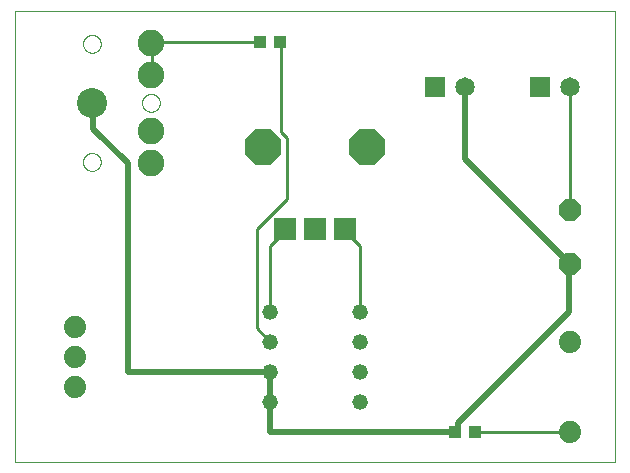
<source format=gtl>
G75*
%MOIN*%
%OFA0B0*%
%FSLAX25Y25*%
%IPPOS*%
%LPD*%
%AMOC8*
5,1,8,0,0,1.08239X$1,22.5*
%
%ADD10C,0.00000*%
%ADD11R,0.04331X0.03937*%
%ADD12C,0.06500*%
%ADD13R,0.06500X0.06500*%
%ADD14C,0.05200*%
%ADD15R,0.07400X0.07400*%
%ADD16OC8,0.11811*%
%ADD17C,0.07400*%
%ADD18OC8,0.07500*%
%ADD19C,0.10000*%
%ADD20C,0.08858*%
%ADD21C,0.02000*%
%ADD22C,0.01000*%
D10*
X0001000Y0001000D02*
X0001000Y0151201D01*
X0200921Y0151201D01*
X0200921Y0001000D01*
X0001000Y0001000D01*
X0023677Y0100921D02*
X0023679Y0101029D01*
X0023685Y0101138D01*
X0023695Y0101246D01*
X0023709Y0101353D01*
X0023727Y0101460D01*
X0023748Y0101567D01*
X0023774Y0101672D01*
X0023804Y0101777D01*
X0023837Y0101880D01*
X0023874Y0101982D01*
X0023915Y0102082D01*
X0023959Y0102181D01*
X0024008Y0102279D01*
X0024059Y0102374D01*
X0024114Y0102467D01*
X0024173Y0102559D01*
X0024235Y0102648D01*
X0024300Y0102735D01*
X0024368Y0102819D01*
X0024439Y0102901D01*
X0024513Y0102980D01*
X0024590Y0103056D01*
X0024670Y0103130D01*
X0024753Y0103200D01*
X0024838Y0103268D01*
X0024925Y0103332D01*
X0025015Y0103393D01*
X0025107Y0103451D01*
X0025201Y0103505D01*
X0025297Y0103556D01*
X0025394Y0103603D01*
X0025494Y0103647D01*
X0025595Y0103687D01*
X0025697Y0103723D01*
X0025800Y0103755D01*
X0025905Y0103784D01*
X0026011Y0103808D01*
X0026117Y0103829D01*
X0026224Y0103846D01*
X0026332Y0103859D01*
X0026440Y0103868D01*
X0026549Y0103873D01*
X0026657Y0103874D01*
X0026766Y0103871D01*
X0026874Y0103864D01*
X0026982Y0103853D01*
X0027089Y0103838D01*
X0027196Y0103819D01*
X0027302Y0103796D01*
X0027407Y0103770D01*
X0027512Y0103739D01*
X0027614Y0103705D01*
X0027716Y0103667D01*
X0027816Y0103625D01*
X0027915Y0103580D01*
X0028012Y0103531D01*
X0028106Y0103478D01*
X0028199Y0103422D01*
X0028290Y0103363D01*
X0028379Y0103300D01*
X0028465Y0103235D01*
X0028549Y0103166D01*
X0028630Y0103094D01*
X0028708Y0103019D01*
X0028784Y0102941D01*
X0028857Y0102860D01*
X0028927Y0102777D01*
X0028993Y0102692D01*
X0029057Y0102604D01*
X0029117Y0102513D01*
X0029174Y0102421D01*
X0029227Y0102326D01*
X0029277Y0102230D01*
X0029323Y0102132D01*
X0029366Y0102032D01*
X0029405Y0101931D01*
X0029440Y0101828D01*
X0029472Y0101725D01*
X0029499Y0101620D01*
X0029523Y0101514D01*
X0029543Y0101407D01*
X0029559Y0101300D01*
X0029571Y0101192D01*
X0029579Y0101084D01*
X0029583Y0100975D01*
X0029583Y0100867D01*
X0029579Y0100758D01*
X0029571Y0100650D01*
X0029559Y0100542D01*
X0029543Y0100435D01*
X0029523Y0100328D01*
X0029499Y0100222D01*
X0029472Y0100117D01*
X0029440Y0100014D01*
X0029405Y0099911D01*
X0029366Y0099810D01*
X0029323Y0099710D01*
X0029277Y0099612D01*
X0029227Y0099516D01*
X0029174Y0099421D01*
X0029117Y0099329D01*
X0029057Y0099238D01*
X0028993Y0099150D01*
X0028927Y0099065D01*
X0028857Y0098982D01*
X0028784Y0098901D01*
X0028708Y0098823D01*
X0028630Y0098748D01*
X0028549Y0098676D01*
X0028465Y0098607D01*
X0028379Y0098542D01*
X0028290Y0098479D01*
X0028199Y0098420D01*
X0028107Y0098364D01*
X0028012Y0098311D01*
X0027915Y0098262D01*
X0027816Y0098217D01*
X0027716Y0098175D01*
X0027614Y0098137D01*
X0027512Y0098103D01*
X0027407Y0098072D01*
X0027302Y0098046D01*
X0027196Y0098023D01*
X0027089Y0098004D01*
X0026982Y0097989D01*
X0026874Y0097978D01*
X0026766Y0097971D01*
X0026657Y0097968D01*
X0026549Y0097969D01*
X0026440Y0097974D01*
X0026332Y0097983D01*
X0026224Y0097996D01*
X0026117Y0098013D01*
X0026011Y0098034D01*
X0025905Y0098058D01*
X0025800Y0098087D01*
X0025697Y0098119D01*
X0025595Y0098155D01*
X0025494Y0098195D01*
X0025394Y0098239D01*
X0025297Y0098286D01*
X0025201Y0098337D01*
X0025107Y0098391D01*
X0025015Y0098449D01*
X0024925Y0098510D01*
X0024838Y0098574D01*
X0024753Y0098642D01*
X0024670Y0098712D01*
X0024590Y0098786D01*
X0024513Y0098862D01*
X0024439Y0098941D01*
X0024368Y0099023D01*
X0024300Y0099107D01*
X0024235Y0099194D01*
X0024173Y0099283D01*
X0024114Y0099375D01*
X0024059Y0099468D01*
X0024008Y0099563D01*
X0023959Y0099661D01*
X0023915Y0099760D01*
X0023874Y0099860D01*
X0023837Y0099962D01*
X0023804Y0100065D01*
X0023774Y0100170D01*
X0023748Y0100275D01*
X0023727Y0100382D01*
X0023709Y0100489D01*
X0023695Y0100596D01*
X0023685Y0100704D01*
X0023679Y0100813D01*
X0023677Y0100921D01*
X0043362Y0120606D02*
X0043364Y0120714D01*
X0043370Y0120823D01*
X0043380Y0120931D01*
X0043394Y0121038D01*
X0043412Y0121145D01*
X0043433Y0121252D01*
X0043459Y0121357D01*
X0043489Y0121462D01*
X0043522Y0121565D01*
X0043559Y0121667D01*
X0043600Y0121767D01*
X0043644Y0121866D01*
X0043693Y0121964D01*
X0043744Y0122059D01*
X0043799Y0122152D01*
X0043858Y0122244D01*
X0043920Y0122333D01*
X0043985Y0122420D01*
X0044053Y0122504D01*
X0044124Y0122586D01*
X0044198Y0122665D01*
X0044275Y0122741D01*
X0044355Y0122815D01*
X0044438Y0122885D01*
X0044523Y0122953D01*
X0044610Y0123017D01*
X0044700Y0123078D01*
X0044792Y0123136D01*
X0044886Y0123190D01*
X0044982Y0123241D01*
X0045079Y0123288D01*
X0045179Y0123332D01*
X0045280Y0123372D01*
X0045382Y0123408D01*
X0045485Y0123440D01*
X0045590Y0123469D01*
X0045696Y0123493D01*
X0045802Y0123514D01*
X0045909Y0123531D01*
X0046017Y0123544D01*
X0046125Y0123553D01*
X0046234Y0123558D01*
X0046342Y0123559D01*
X0046451Y0123556D01*
X0046559Y0123549D01*
X0046667Y0123538D01*
X0046774Y0123523D01*
X0046881Y0123504D01*
X0046987Y0123481D01*
X0047092Y0123455D01*
X0047197Y0123424D01*
X0047299Y0123390D01*
X0047401Y0123352D01*
X0047501Y0123310D01*
X0047600Y0123265D01*
X0047697Y0123216D01*
X0047791Y0123163D01*
X0047884Y0123107D01*
X0047975Y0123048D01*
X0048064Y0122985D01*
X0048150Y0122920D01*
X0048234Y0122851D01*
X0048315Y0122779D01*
X0048393Y0122704D01*
X0048469Y0122626D01*
X0048542Y0122545D01*
X0048612Y0122462D01*
X0048678Y0122377D01*
X0048742Y0122289D01*
X0048802Y0122198D01*
X0048859Y0122106D01*
X0048912Y0122011D01*
X0048962Y0121915D01*
X0049008Y0121817D01*
X0049051Y0121717D01*
X0049090Y0121616D01*
X0049125Y0121513D01*
X0049157Y0121410D01*
X0049184Y0121305D01*
X0049208Y0121199D01*
X0049228Y0121092D01*
X0049244Y0120985D01*
X0049256Y0120877D01*
X0049264Y0120769D01*
X0049268Y0120660D01*
X0049268Y0120552D01*
X0049264Y0120443D01*
X0049256Y0120335D01*
X0049244Y0120227D01*
X0049228Y0120120D01*
X0049208Y0120013D01*
X0049184Y0119907D01*
X0049157Y0119802D01*
X0049125Y0119699D01*
X0049090Y0119596D01*
X0049051Y0119495D01*
X0049008Y0119395D01*
X0048962Y0119297D01*
X0048912Y0119201D01*
X0048859Y0119106D01*
X0048802Y0119014D01*
X0048742Y0118923D01*
X0048678Y0118835D01*
X0048612Y0118750D01*
X0048542Y0118667D01*
X0048469Y0118586D01*
X0048393Y0118508D01*
X0048315Y0118433D01*
X0048234Y0118361D01*
X0048150Y0118292D01*
X0048064Y0118227D01*
X0047975Y0118164D01*
X0047884Y0118105D01*
X0047792Y0118049D01*
X0047697Y0117996D01*
X0047600Y0117947D01*
X0047501Y0117902D01*
X0047401Y0117860D01*
X0047299Y0117822D01*
X0047197Y0117788D01*
X0047092Y0117757D01*
X0046987Y0117731D01*
X0046881Y0117708D01*
X0046774Y0117689D01*
X0046667Y0117674D01*
X0046559Y0117663D01*
X0046451Y0117656D01*
X0046342Y0117653D01*
X0046234Y0117654D01*
X0046125Y0117659D01*
X0046017Y0117668D01*
X0045909Y0117681D01*
X0045802Y0117698D01*
X0045696Y0117719D01*
X0045590Y0117743D01*
X0045485Y0117772D01*
X0045382Y0117804D01*
X0045280Y0117840D01*
X0045179Y0117880D01*
X0045079Y0117924D01*
X0044982Y0117971D01*
X0044886Y0118022D01*
X0044792Y0118076D01*
X0044700Y0118134D01*
X0044610Y0118195D01*
X0044523Y0118259D01*
X0044438Y0118327D01*
X0044355Y0118397D01*
X0044275Y0118471D01*
X0044198Y0118547D01*
X0044124Y0118626D01*
X0044053Y0118708D01*
X0043985Y0118792D01*
X0043920Y0118879D01*
X0043858Y0118968D01*
X0043799Y0119060D01*
X0043744Y0119153D01*
X0043693Y0119248D01*
X0043644Y0119346D01*
X0043600Y0119445D01*
X0043559Y0119545D01*
X0043522Y0119647D01*
X0043489Y0119750D01*
X0043459Y0119855D01*
X0043433Y0119960D01*
X0043412Y0120067D01*
X0043394Y0120174D01*
X0043380Y0120281D01*
X0043370Y0120389D01*
X0043364Y0120498D01*
X0043362Y0120606D01*
X0023677Y0140291D02*
X0023679Y0140399D01*
X0023685Y0140508D01*
X0023695Y0140616D01*
X0023709Y0140723D01*
X0023727Y0140830D01*
X0023748Y0140937D01*
X0023774Y0141042D01*
X0023804Y0141147D01*
X0023837Y0141250D01*
X0023874Y0141352D01*
X0023915Y0141452D01*
X0023959Y0141551D01*
X0024008Y0141649D01*
X0024059Y0141744D01*
X0024114Y0141837D01*
X0024173Y0141929D01*
X0024235Y0142018D01*
X0024300Y0142105D01*
X0024368Y0142189D01*
X0024439Y0142271D01*
X0024513Y0142350D01*
X0024590Y0142426D01*
X0024670Y0142500D01*
X0024753Y0142570D01*
X0024838Y0142638D01*
X0024925Y0142702D01*
X0025015Y0142763D01*
X0025107Y0142821D01*
X0025201Y0142875D01*
X0025297Y0142926D01*
X0025394Y0142973D01*
X0025494Y0143017D01*
X0025595Y0143057D01*
X0025697Y0143093D01*
X0025800Y0143125D01*
X0025905Y0143154D01*
X0026011Y0143178D01*
X0026117Y0143199D01*
X0026224Y0143216D01*
X0026332Y0143229D01*
X0026440Y0143238D01*
X0026549Y0143243D01*
X0026657Y0143244D01*
X0026766Y0143241D01*
X0026874Y0143234D01*
X0026982Y0143223D01*
X0027089Y0143208D01*
X0027196Y0143189D01*
X0027302Y0143166D01*
X0027407Y0143140D01*
X0027512Y0143109D01*
X0027614Y0143075D01*
X0027716Y0143037D01*
X0027816Y0142995D01*
X0027915Y0142950D01*
X0028012Y0142901D01*
X0028106Y0142848D01*
X0028199Y0142792D01*
X0028290Y0142733D01*
X0028379Y0142670D01*
X0028465Y0142605D01*
X0028549Y0142536D01*
X0028630Y0142464D01*
X0028708Y0142389D01*
X0028784Y0142311D01*
X0028857Y0142230D01*
X0028927Y0142147D01*
X0028993Y0142062D01*
X0029057Y0141974D01*
X0029117Y0141883D01*
X0029174Y0141791D01*
X0029227Y0141696D01*
X0029277Y0141600D01*
X0029323Y0141502D01*
X0029366Y0141402D01*
X0029405Y0141301D01*
X0029440Y0141198D01*
X0029472Y0141095D01*
X0029499Y0140990D01*
X0029523Y0140884D01*
X0029543Y0140777D01*
X0029559Y0140670D01*
X0029571Y0140562D01*
X0029579Y0140454D01*
X0029583Y0140345D01*
X0029583Y0140237D01*
X0029579Y0140128D01*
X0029571Y0140020D01*
X0029559Y0139912D01*
X0029543Y0139805D01*
X0029523Y0139698D01*
X0029499Y0139592D01*
X0029472Y0139487D01*
X0029440Y0139384D01*
X0029405Y0139281D01*
X0029366Y0139180D01*
X0029323Y0139080D01*
X0029277Y0138982D01*
X0029227Y0138886D01*
X0029174Y0138791D01*
X0029117Y0138699D01*
X0029057Y0138608D01*
X0028993Y0138520D01*
X0028927Y0138435D01*
X0028857Y0138352D01*
X0028784Y0138271D01*
X0028708Y0138193D01*
X0028630Y0138118D01*
X0028549Y0138046D01*
X0028465Y0137977D01*
X0028379Y0137912D01*
X0028290Y0137849D01*
X0028199Y0137790D01*
X0028107Y0137734D01*
X0028012Y0137681D01*
X0027915Y0137632D01*
X0027816Y0137587D01*
X0027716Y0137545D01*
X0027614Y0137507D01*
X0027512Y0137473D01*
X0027407Y0137442D01*
X0027302Y0137416D01*
X0027196Y0137393D01*
X0027089Y0137374D01*
X0026982Y0137359D01*
X0026874Y0137348D01*
X0026766Y0137341D01*
X0026657Y0137338D01*
X0026549Y0137339D01*
X0026440Y0137344D01*
X0026332Y0137353D01*
X0026224Y0137366D01*
X0026117Y0137383D01*
X0026011Y0137404D01*
X0025905Y0137428D01*
X0025800Y0137457D01*
X0025697Y0137489D01*
X0025595Y0137525D01*
X0025494Y0137565D01*
X0025394Y0137609D01*
X0025297Y0137656D01*
X0025201Y0137707D01*
X0025107Y0137761D01*
X0025015Y0137819D01*
X0024925Y0137880D01*
X0024838Y0137944D01*
X0024753Y0138012D01*
X0024670Y0138082D01*
X0024590Y0138156D01*
X0024513Y0138232D01*
X0024439Y0138311D01*
X0024368Y0138393D01*
X0024300Y0138477D01*
X0024235Y0138564D01*
X0024173Y0138653D01*
X0024114Y0138745D01*
X0024059Y0138838D01*
X0024008Y0138933D01*
X0023959Y0139031D01*
X0023915Y0139130D01*
X0023874Y0139230D01*
X0023837Y0139332D01*
X0023804Y0139435D01*
X0023774Y0139540D01*
X0023748Y0139645D01*
X0023727Y0139752D01*
X0023709Y0139859D01*
X0023695Y0139966D01*
X0023685Y0140074D01*
X0023679Y0140183D01*
X0023677Y0140291D01*
D11*
X0082654Y0141000D03*
X0089346Y0141000D03*
X0147654Y0011000D03*
X0154346Y0011000D03*
D12*
X0150921Y0126000D03*
X0185921Y0126000D03*
D13*
X0176079Y0126000D03*
X0141079Y0126000D03*
D14*
X0116000Y0051000D03*
X0116000Y0041000D03*
X0116000Y0031000D03*
X0116000Y0021000D03*
X0086000Y0021000D03*
X0086000Y0031000D03*
X0086000Y0041000D03*
X0086000Y0051000D03*
D15*
X0091157Y0078441D03*
X0101000Y0078441D03*
X0110843Y0078441D03*
D16*
X0118323Y0106000D03*
X0083677Y0106000D03*
D17*
X0021000Y0046000D03*
X0021000Y0036000D03*
X0021000Y0026000D03*
X0186000Y0011000D03*
X0186000Y0041000D03*
D18*
X0186000Y0067000D03*
X0186000Y0085000D03*
D19*
X0026630Y0120606D03*
D20*
X0046315Y0111157D03*
X0046315Y0100528D03*
X0046315Y0130055D03*
X0046315Y0140685D03*
D21*
X0027000Y0120500D02*
X0026630Y0120606D01*
X0027000Y0120500D02*
X0027000Y0112000D01*
X0038500Y0100500D01*
X0038500Y0031000D01*
X0086000Y0031000D01*
X0086000Y0021000D01*
X0086000Y0011000D01*
X0147654Y0011000D01*
X0148500Y0011500D01*
X0148500Y0014000D01*
X0185500Y0051000D01*
X0185500Y0066500D01*
X0186000Y0067000D01*
X0151000Y0102000D01*
X0151000Y0126000D01*
X0150921Y0126000D01*
D22*
X0185921Y0126000D02*
X0186000Y0126000D01*
X0186000Y0085000D01*
X0116000Y0073000D02*
X0116000Y0051000D01*
X0116000Y0073000D02*
X0111000Y0078000D01*
X0110843Y0078441D01*
X0091157Y0078441D02*
X0091000Y0078000D01*
X0086000Y0073000D01*
X0086000Y0051000D01*
X0081500Y0045500D02*
X0086000Y0041000D01*
X0081500Y0045500D02*
X0081500Y0078500D01*
X0091500Y0088500D01*
X0091500Y0109000D01*
X0089500Y0111000D01*
X0089500Y0141000D01*
X0089346Y0141000D01*
X0082654Y0141000D02*
X0046500Y0141000D01*
X0046315Y0140685D01*
X0046500Y0140500D01*
X0046500Y0130500D01*
X0046315Y0130055D01*
X0154346Y0011000D02*
X0186000Y0011000D01*
M02*

</source>
